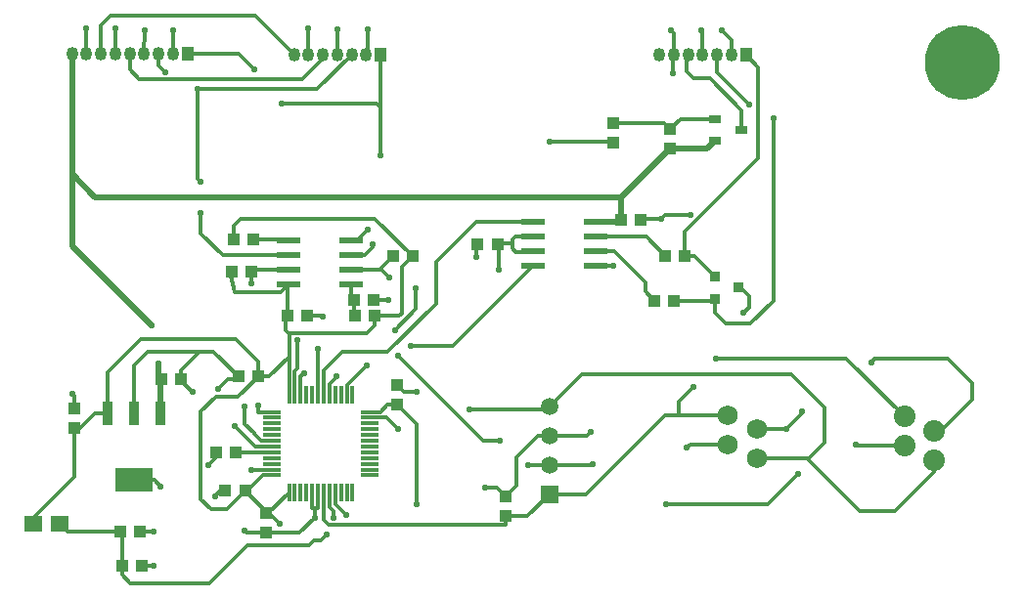
<source format=gtl>
G04 DipTrace 3.2.0.1*
G04 RS-485_PCB.GTL*
%MOMM*%
G04 #@! TF.FileFunction,Copper,L1,Top*
G04 #@! TF.Part,Single*
G04 #@! TA.AperFunction,Conductor*
%ADD13C,0.3*%
%ADD14C,0.5*%
%ADD16R,1.0X1.1*%
%ADD17R,1.1X1.0*%
%ADD18R,1.524X1.42233*%
G04 #@! TA.AperFunction,ComponentPad*
%ADD19R,1.5X1.5*%
%ADD20C,1.5*%
%ADD21R,1.05X1.15*%
%ADD22O,1.05X1.15*%
%ADD23C,6.5*%
%ADD25R,1.05X0.65*%
G04 #@! TA.AperFunction,ComponentPad*
%ADD26C,1.75*%
%ADD27C,1.87*%
%ADD28R,2.0X0.6*%
%ADD30R,0.3X1.6*%
%ADD31R,1.6X0.3*%
%ADD33R,0.95X2.15*%
%ADD34R,3.25X2.15*%
%ADD35R,0.85X0.85*%
G04 #@! TA.AperFunction,ViaPad*
%ADD36C,0.57*%
%FSLAX35Y35*%
G04*
G71*
G90*
G75*
G01*
G04 Top*
%LPD*%
X3215380Y6491617D2*
D13*
Y6352030D1*
X3298540Y6268870D1*
X4707770D1*
X4923260Y6484360D1*
X4886947D1*
X8513650Y5833427D2*
Y6000853D1*
X8235597Y6278907D1*
X8096707D1*
X8036793Y6338820D1*
Y6468680D1*
X8049843Y6481730D1*
X7468537Y5048537D2*
D14*
Y5243263D1*
X7893627Y5668353D1*
X8213577D1*
X8283650Y5738427D1*
X7248620Y5037087D2*
X7457087D1*
X7468537Y5048537D1*
X3482740Y3378987D2*
Y3663643D1*
X3487717Y3668620D1*
X3466340Y3689997D1*
Y3809267D1*
X3403620Y4137340D2*
X2715380Y4825580D1*
Y5448367D1*
Y6491617D1*
Y5448367D2*
X2914527Y5249220D1*
X7468537D1*
Y5243263D1*
X6708620Y4910087D2*
D13*
X6551290D1*
X6527947Y4886743D1*
Y4846820D1*
Y4804663D1*
X6556487Y4776123D1*
X6701657D1*
X6708620Y4783087D1*
X6527947Y4846820D2*
X6386517D1*
X6388697Y4844640D1*
X6397670D1*
X4944447Y3533497D2*
Y3628497D1*
X5001043Y3685093D1*
Y3700103D1*
X6409083Y4617730D2*
Y4833227D1*
X6397670Y4844640D1*
X6846887Y3181033D2*
X6753097D1*
X6563453Y2991390D1*
Y2746120D1*
X6472303Y2654970D1*
X6227670Y4844640D2*
X6215013Y4831983D1*
Y4727393D1*
X7248620Y4656087D2*
X7251587Y4653120D1*
X7403380D1*
X7638537Y5048537D2*
X7647893Y5057893D1*
X7814550D1*
X7924843Y6481730D2*
X7917693Y6474580D1*
Y6324213D1*
X6846887Y3181033D2*
X7174663D1*
X7205353Y3211723D1*
X8526277Y4251580D2*
X8573540Y4294343D1*
Y4395623D1*
X8485050Y4484113D1*
Y4464180D1*
X7814550Y5057893D2*
X7847783Y5091127D1*
X8066380D1*
X4794447Y2693497D2*
Y2556907D1*
X4823970D1*
X4844487D1*
Y2598457D1*
X4844447Y2598497D1*
Y2693497D1*
X4944447D2*
X4944100D1*
Y2561247D1*
X4978147Y2527200D1*
Y2469603D1*
X4816537D2*
Y2549473D1*
X4823970Y2556907D1*
X4399327Y2340183D2*
X4687117D1*
X4816537Y2469603D1*
X3252740Y3378987D2*
X3255217Y3381463D1*
Y3793853D1*
X3372253Y3910890D1*
X3820347D1*
X3937907D1*
X4155020Y3693777D1*
X3657717Y3668620D2*
Y3748260D1*
X3820347Y3910890D1*
X3962313Y3039767D2*
Y2998290D1*
X3892980Y2928957D1*
X4043560Y2705003D2*
X3998067D1*
X3951360Y2658297D1*
X3252740Y2798987D2*
X3428563D1*
X3484340Y2743210D1*
X2734440Y3422490D2*
Y3525857D1*
X2718900Y3541397D1*
X3301743Y2353343D2*
X3425040Y2354363D1*
X3320370Y2058037D2*
Y2059370D1*
X3420740D1*
X4399327Y2340183D2*
X4227017D1*
X4206097Y2361103D1*
X3657717Y3668620D2*
Y3658933D1*
X3757547Y3559103D1*
X4155020Y3693777D2*
Y3673567D1*
X4064733D1*
X3982790Y3591623D1*
X4449447Y2888497D2*
X4271017D1*
X5289447Y3338497D2*
X5440600D1*
X5542300Y3236797D1*
X6288600Y2735330D2*
X6391943D1*
X6472303Y2654970D1*
X5531330Y3622010D2*
X5587660Y3565680D1*
X5696923D1*
X8387263Y3107507D2*
X8069660D1*
X8038860Y3076707D1*
X9921843Y3096037D2*
X9512933D1*
X9503267Y3105703D1*
X5011947Y6484360D2*
Y6704257D1*
X5276993D2*
Y6499407D1*
X5261947Y6484360D1*
X2840380Y6491617D2*
X2838930Y6493067D1*
Y6708813D1*
X3090380Y6491617D2*
Y6708813D1*
X3591890Y6699113D2*
Y6493127D1*
X3590380Y6491617D1*
X3340380D2*
X3346357Y6699113D1*
X5132750Y4873257D2*
X5184527D1*
X5275477Y4964207D1*
X5326363Y4362107D2*
X5328607Y4359863D1*
X5456300D1*
X4753353Y4220953D2*
X4886040D1*
X4889577Y4217417D1*
X4644447Y3533497D2*
Y3736597D1*
X4669883Y3762033D1*
Y4007647D1*
X4761947Y6484360D2*
Y6709733D1*
X8174843Y6481730D2*
Y6681627D1*
X8162730Y6693740D1*
X7903117D2*
Y6704257D1*
X8424843Y6481730D2*
Y6610870D1*
X8341973Y6693740D1*
X7924843Y6481730D2*
Y6672013D1*
X7903117Y6693740D1*
X7248620Y4783087D2*
X7407977D1*
X7676403Y4514660D1*
Y4430197D1*
X7754627Y4351973D1*
X7248620Y4910087D2*
X7685030D1*
X7851783Y4743333D1*
X4132313Y3039767D2*
Y3038497D1*
X4449447D1*
X4282040Y4884253D2*
X4581753D1*
X4592750Y4873257D1*
X8283650Y5928427D2*
X7983700D1*
X7893627Y5838353D1*
X7399657Y5893953D2*
X7838027D1*
X7893627Y5838353D1*
X5132750Y4492257D2*
Y4385720D1*
X5156363Y4362107D1*
Y4226500D1*
X5163960Y4218903D1*
X6472303Y2484970D2*
X6658823D1*
X6846887Y2673033D1*
X6472303Y2484970D2*
Y2410437D1*
X4938543D1*
X4894447Y2454533D1*
Y2693497D1*
X6846887Y2673033D2*
X7161070D1*
X7850373Y3362337D1*
X7966620D1*
X8386433D1*
X8387263Y3361507D1*
X7966620Y3362337D2*
Y3475667D1*
X8093830Y3602877D1*
X8292593Y3852770D2*
X9419110D1*
X9921843Y3350037D1*
X5094447Y3533497D2*
Y3622243D1*
X5263237Y3791033D1*
X6853057Y5732420D2*
X7408123D1*
X7399657Y5723953D1*
X6708620Y5037087D2*
X6217937D1*
X5864963Y4684113D1*
Y4325130D1*
X5449033Y3909200D1*
X5057863D1*
X4896940Y3748277D1*
Y3630990D1*
X4894447Y3628497D1*
Y3533497D1*
X5386947Y6484360D2*
Y6025280D1*
Y5613533D1*
X5318837Y4843743D2*
Y4813523D1*
X5251570Y4746257D1*
X5132750D1*
X3715380Y6491617D2*
X4159110D1*
X4295923Y6354803D1*
X4533183Y6058233D2*
X5353993D1*
X5386947Y6025280D1*
X5494230Y4735853D2*
X5377633Y4619257D1*
X5132750D1*
X4449447Y3138497D2*
X4354447D1*
X4293410Y3199533D1*
Y3202550D1*
X4212647Y3283313D1*
Y3436673D1*
X5515933Y4099757D2*
X5694703Y4278527D1*
Y4463360D1*
X5457810Y4554470D2*
X5393023Y4619257D1*
X5377633D1*
X3465380Y6491617D2*
Y6390783D1*
X3522603Y6333560D1*
X3801077Y6186037D2*
X4838623D1*
X5136947Y6484360D1*
X4592750Y4746257D2*
X4019757D1*
X3830733Y4935280D1*
Y5113703D1*
Y5382157D2*
X3801077Y5411813D1*
Y6186037D1*
X4270167Y4602737D2*
Y4617127D1*
X4590620D1*
X4592750Y4619257D1*
X4270167Y4602737D2*
Y4501520D1*
X4125897Y3261717D2*
X4299117Y3088497D1*
X4449447D1*
X6846887Y3435033D2*
X6874713Y3407207D1*
X6154657D1*
X4328613Y3445853D2*
Y3388497D1*
X4449447D1*
X6846887Y3435033D2*
X7126517Y3714663D1*
X8941427D1*
X9231407Y3424683D1*
Y3120203D1*
X9095710Y2984507D1*
X8641263D1*
X10175843Y2973037D2*
Y2864840D1*
X9836743Y2525740D1*
X9535890D1*
X9086417Y2975213D1*
X9095710Y2984507D1*
X6846887Y2927033D2*
X6664057D1*
X6661320Y2929770D1*
X6414837Y3136380D2*
X6273287D1*
X5537783Y3871883D1*
X4722340Y3723287D2*
X4694447Y3695393D1*
Y3533497D1*
X6846887Y2927033D2*
X7219690D1*
X7224373Y2931717D1*
X7854360Y2588813D2*
X8739530D1*
X9002687Y2851970D1*
X8903003Y3242720D2*
X8645477D1*
X8641263Y3238507D1*
X10175843Y3227037D2*
X10238997D1*
X10505877Y3493917D1*
Y3637453D1*
X10294550Y3848780D1*
X9664567D1*
X9632670Y3816883D1*
X9038570Y3390247D2*
Y3378287D1*
X8903003Y3242720D1*
X6708620Y4656087D2*
X6012247Y3959713D1*
X5652397D1*
X4847450Y3938870D2*
Y3533497D1*
X4844447D1*
X7924627Y4351973D2*
X8267843D1*
X8285050Y4369180D1*
X8299843Y6481730D2*
Y6328073D1*
X8575253Y6052663D1*
X8787673Y5932837D2*
Y4351203D1*
X8588613Y4152143D1*
X8373703D1*
X8281597Y4244250D1*
Y4365727D1*
X8285050Y4369180D1*
X8021783Y4743333D2*
X8100897D1*
X8285050Y4559180D1*
X8021783Y4743333D2*
Y4952870D1*
X8656317Y5587403D1*
Y6375257D1*
X8549843Y6481730D1*
X2965380Y6491617D2*
Y6739100D1*
X3047630Y6821350D1*
X4299957D1*
X4636947Y6484360D1*
X4399327Y2510183D2*
Y2519237D1*
X4213560Y2705003D1*
X4238483D1*
X4371977Y2838497D1*
X4449447D1*
X4399327Y2510183D2*
X4411790D1*
Y2510840D1*
X4594447Y2693497D1*
X2379567Y2418750D2*
X2326757D1*
X2734440Y2826433D1*
Y3252490D1*
Y3240567D1*
X2778713D1*
X2917133Y3378987D1*
X3022740D1*
X5333960Y4218903D2*
X5549080D1*
X5573397Y4243220D1*
Y4645020D1*
X5664230Y4735853D1*
X5333960Y4218903D2*
Y4134050D1*
X5269447Y4069537D1*
X4589183D1*
X4565060Y4093660D1*
Y4202660D1*
X4583353Y4220953D1*
X4592750Y4492257D2*
X4583353D1*
Y4220953D1*
X4592750Y4492257D2*
X4525920Y4425427D1*
X4127147D1*
X4079167Y4602737D1*
X4100167D1*
X4112040Y4884253D2*
Y4998167D1*
X4177373Y5063500D1*
X5336583D1*
X5664230Y4735853D1*
X4594447Y3533497D2*
Y3863960D1*
Y4064273D1*
X4589183Y4069537D1*
X4325020Y3693777D2*
X4424263D1*
X4594447Y3863960D1*
X4325020Y3693777D2*
Y3825517D1*
X4133027Y4017510D1*
X3313793D1*
X3027153Y3730870D1*
Y3383400D1*
X3022740Y3378987D1*
X5289447Y3388497D2*
X5384447D1*
X5447960Y3452010D1*
X5531330D1*
X4213560Y2705003D2*
X4052823Y2544267D1*
X3921597D1*
X3831727Y2634137D1*
Y3389050D1*
X3960540Y3517863D1*
X4152167D1*
X4325020Y3690717D1*
Y3693777D1*
X5531330Y3452010D2*
X5700077Y3283263D1*
Y2584610D1*
X4516213Y2418057D2*
X4424087Y2510183D1*
X4399327D1*
X3150370Y2058037D2*
Y2334717D1*
X3131743Y2353343D1*
X2673573D1*
X2608167Y2418750D1*
X4994447Y2693497D2*
Y2592143D1*
X5092533Y2494057D1*
X4921807Y2323333D2*
X4871653Y2278700D1*
X4814180D1*
X4766520Y2231040D1*
X4230857D1*
X3905830Y1906013D1*
X3219840D1*
X3150370Y1975483D1*
Y2058037D1*
D36*
X3466340Y3809267D3*
X3403620Y4137340D3*
X5001043Y3700103D3*
X6409083Y4617730D3*
X6215013Y4727393D3*
X7403380Y4653120D3*
X7814550Y5057893D3*
X7403380Y4653120D3*
X7814550Y5057893D3*
X7403380Y4653120D3*
X6215013Y4727393D3*
X7917693Y6324213D3*
X7814550Y5057893D3*
X6215013Y4727393D3*
X7814550Y5057893D3*
X7205353Y3211723D3*
X8526277Y4251580D3*
X8066380Y5091127D3*
X4978147Y2469603D3*
X4816537D3*
D3*
X3892980Y2928957D3*
X3951360Y2658297D3*
X3484340Y2743210D3*
X2718900Y3541397D3*
X3425040Y2354363D3*
X3420740Y2059370D3*
X3425040Y2354363D3*
D3*
X3484340Y2743210D3*
D3*
X3892980Y2928957D3*
X3951360Y2658297D3*
X4206097Y2361103D3*
X3951360Y2658297D3*
X2718900Y3541397D3*
X3757547Y3559103D3*
X3982790Y3591623D3*
X3757547Y3559103D3*
D3*
X4271017Y2888497D3*
X5542300Y3236797D3*
X6288600Y2735330D3*
X3420740Y2059370D3*
X5696923Y3565680D3*
X8038860Y3076707D3*
X7205353Y3211723D3*
X9503267Y3105703D3*
X5011947Y6704257D3*
X5276993D3*
X2838930Y6708813D3*
X3090380D3*
X2838930D3*
X3591890Y6699113D3*
X3090380Y6708813D3*
X3346357Y6699113D3*
X5275477Y4964207D3*
X5456300Y4359863D3*
X5275477Y4964207D3*
X4889577Y4217417D3*
X5456300Y4359863D3*
X4669883Y4007647D3*
X4889577Y4217417D3*
X4761947Y6709733D3*
X5011947Y6704257D3*
X4761947Y6709733D3*
X8162730Y6693740D3*
X7903117D3*
X8341973D3*
X8162730D3*
X7903117D3*
X8341973D3*
X8093830Y3602877D3*
X8292593Y3852770D3*
X5263237Y3791033D3*
X6853057Y5732420D3*
X5386947Y5613533D3*
X5318837Y4843743D3*
X4295923Y6354803D3*
X4533183Y6058233D3*
X4212647Y3436673D3*
X5515933Y4099757D3*
X5694703Y4463360D3*
X5457810Y4554470D3*
X3522603Y6333560D3*
X3801077Y6186037D3*
X3830733Y5113703D3*
Y5382157D3*
X3801077Y6186037D3*
X4270167Y4501520D3*
X4125897Y3261717D3*
X6154657Y3407207D3*
X4328613Y3445853D3*
X6661320Y2929770D3*
X6414837Y3136380D3*
X5537783Y3871883D3*
X4722340Y3723287D3*
X7224373Y2931717D3*
X7854360Y2588813D3*
X9002687Y2851970D3*
X8903003Y3242720D3*
X9632670Y3816883D3*
X9038570Y3390247D3*
X8903003Y3242720D3*
X5652397Y3959713D3*
X4847450Y3938870D3*
X8575253Y6052663D3*
X8787673Y5932837D3*
X5700077Y2584610D3*
X4516213Y2418057D3*
X5092533Y2494057D3*
X4921807Y2323333D3*
D16*
X6472303Y2654970D3*
Y2484970D3*
D17*
X3487717Y3668620D3*
X3657717D3*
D16*
X2734440Y3252490D3*
Y3422490D3*
X4399327Y2510183D3*
Y2340183D3*
D17*
X4213560Y2705003D3*
X4043560D3*
X4325020Y3693777D3*
X4155020D3*
D16*
X5531330Y3452010D3*
Y3622010D3*
D17*
X3150370Y2058037D3*
X3320370D3*
X3131743Y2353343D3*
X3301743D3*
X5156363Y4362107D3*
X5326363D3*
X4753353Y4220953D3*
X4583353D3*
X7468537Y5048537D3*
X7638537D3*
D18*
X2379567Y2418750D3*
X2608167D3*
D19*
X6846887Y2673033D3*
D20*
Y2927033D3*
Y3181033D3*
Y3435033D3*
D21*
X3715380Y6491617D3*
D22*
X3590380D3*
X3465380D3*
X3340380D3*
X3215380D3*
X3090380D3*
X2965380D3*
X2840380D3*
X2715380D3*
D21*
X5386947Y6484360D3*
D22*
X5261947D3*
X5136947D3*
X5011947D3*
X4886947D3*
X4761947D3*
X4636947D3*
D21*
X8549843Y6481730D3*
D22*
X8424843D3*
X8299843D3*
X8174843D3*
X8049843D3*
X7924843D3*
X7799843D3*
D23*
X10421020Y6416477D3*
D25*
X8283650Y5928427D3*
Y5738427D3*
X8513650Y5833427D3*
D16*
X7893627Y5668353D3*
Y5838353D3*
X7399657Y5723953D3*
Y5893953D3*
D17*
X4132313Y3039767D3*
X3962313D3*
X6397670Y4844640D3*
X6227670D3*
X7924627Y4351973D3*
X7754627D3*
X8021783Y4743333D3*
X7851783D3*
X5494230Y4735853D3*
X5664230D3*
X4270167Y4602737D3*
X4100167D3*
X5333960Y4218903D3*
X5163960D3*
X4112040Y4884253D3*
X4282040D3*
D26*
X8641263Y3238507D3*
Y2984507D3*
X8387263Y3361507D3*
Y3107507D3*
D27*
X10175843Y3227037D3*
Y2973037D3*
X9921843Y3350037D3*
Y3096037D3*
D28*
X6708620Y5037087D3*
Y4910087D3*
Y4783087D3*
Y4656087D3*
X7248620D3*
Y4783087D3*
Y4910087D3*
Y5037087D3*
D30*
X4594447Y2693497D3*
X4644447D3*
X4694447D3*
X4744447D3*
X4794447D3*
X4844447D3*
X4894447D3*
X4944447D3*
X4994447D3*
X5044447D3*
X5094447D3*
X5144447D3*
D31*
X5289447Y2838497D3*
Y2888497D3*
Y2938497D3*
Y2988497D3*
Y3038497D3*
Y3088497D3*
Y3138497D3*
Y3188497D3*
Y3238497D3*
Y3288497D3*
Y3338497D3*
Y3388497D3*
D30*
X5144447Y3533497D3*
X5094447D3*
X5044447D3*
X4994447D3*
X4944447D3*
X4894447D3*
X4844447D3*
X4794447D3*
X4744447D3*
X4694447D3*
X4644447D3*
X4594447D3*
D31*
X4449447Y3388497D3*
Y3338497D3*
Y3288497D3*
Y3238497D3*
Y3188497D3*
Y3138497D3*
Y3088497D3*
Y3038497D3*
Y2988497D3*
Y2938497D3*
Y2888497D3*
Y2838497D3*
D33*
X3482740Y3378987D3*
X3252740D3*
X3022740D3*
D34*
X3252740Y2798987D3*
D35*
X8285050Y4369180D3*
Y4559180D3*
X8485050Y4464180D3*
D28*
X5132750Y4492257D3*
Y4619257D3*
Y4746257D3*
Y4873257D3*
X4592750D3*
Y4746257D3*
Y4619257D3*
Y4492257D3*
M02*

</source>
